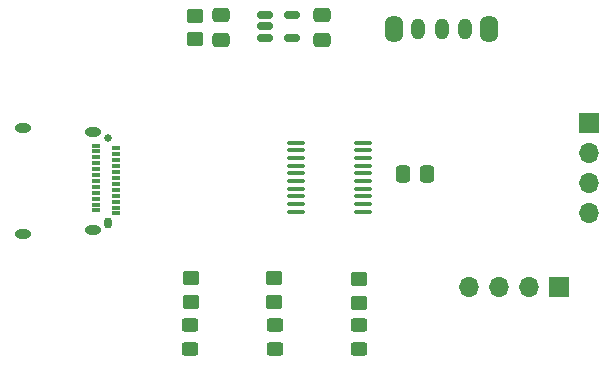
<source format=gbr>
%TF.GenerationSoftware,KiCad,Pcbnew,7.0.1*%
%TF.CreationDate,2023-09-30T16:00:22-04:00*%
%TF.ProjectId,usb_demonstrator,7573625f-6465-46d6-9f6e-73747261746f,rev?*%
%TF.SameCoordinates,Original*%
%TF.FileFunction,Soldermask,Top*%
%TF.FilePolarity,Negative*%
%FSLAX46Y46*%
G04 Gerber Fmt 4.6, Leading zero omitted, Abs format (unit mm)*
G04 Created by KiCad (PCBNEW 7.0.1) date 2023-09-30 16:00:22*
%MOMM*%
%LPD*%
G01*
G04 APERTURE LIST*
G04 Aperture macros list*
%AMRoundRect*
0 Rectangle with rounded corners*
0 $1 Rounding radius*
0 $2 $3 $4 $5 $6 $7 $8 $9 X,Y pos of 4 corners*
0 Add a 4 corners polygon primitive as box body*
4,1,4,$2,$3,$4,$5,$6,$7,$8,$9,$2,$3,0*
0 Add four circle primitives for the rounded corners*
1,1,$1+$1,$2,$3*
1,1,$1+$1,$4,$5*
1,1,$1+$1,$6,$7*
1,1,$1+$1,$8,$9*
0 Add four rect primitives between the rounded corners*
20,1,$1+$1,$2,$3,$4,$5,0*
20,1,$1+$1,$4,$5,$6,$7,0*
20,1,$1+$1,$6,$7,$8,$9,0*
20,1,$1+$1,$8,$9,$2,$3,0*%
G04 Aperture macros list end*
%ADD10C,0.650000*%
%ADD11O,0.650000X0.950000*%
%ADD12R,0.700000X0.300000*%
%ADD13O,1.400000X0.800000*%
%ADD14RoundRect,0.100000X-0.637500X-0.100000X0.637500X-0.100000X0.637500X0.100000X-0.637500X0.100000X0*%
%ADD15R,1.700000X1.700000*%
%ADD16O,1.700000X1.700000*%
%ADD17RoundRect,0.250000X-0.450000X0.350000X-0.450000X-0.350000X0.450000X-0.350000X0.450000X0.350000X0*%
%ADD18RoundRect,0.250000X0.450000X-0.325000X0.450000X0.325000X-0.450000X0.325000X-0.450000X-0.325000X0*%
%ADD19RoundRect,0.250000X-0.475000X0.337500X-0.475000X-0.337500X0.475000X-0.337500X0.475000X0.337500X0*%
%ADD20RoundRect,0.250000X0.450000X-0.350000X0.450000X0.350000X-0.450000X0.350000X-0.450000X-0.350000X0*%
%ADD21RoundRect,0.250000X-0.337500X-0.475000X0.337500X-0.475000X0.337500X0.475000X-0.337500X0.475000X0*%
%ADD22O,1.600000X2.300000*%
%ADD23O,1.200000X1.800000*%
%ADD24RoundRect,0.150000X-0.512500X-0.150000X0.512500X-0.150000X0.512500X0.150000X-0.512500X0.150000X0*%
G04 APERTURE END LIST*
D10*
%TO.C,J3*%
X136240000Y-86730000D03*
D11*
X136240000Y-93930000D03*
D12*
X136900000Y-87580000D03*
X136900000Y-88080000D03*
X136900000Y-88580000D03*
X136900000Y-89080000D03*
X136900000Y-89580000D03*
X136900000Y-90080000D03*
X136900000Y-90580000D03*
X136900000Y-91080000D03*
X136900000Y-91580000D03*
X136900000Y-92080000D03*
X136900000Y-92580000D03*
X136900000Y-93080000D03*
X135200000Y-92830000D03*
X135200000Y-92330000D03*
X135200000Y-91830000D03*
X135200000Y-91330000D03*
X135200000Y-90830000D03*
X135200000Y-90330000D03*
X135200000Y-89830000D03*
X135200000Y-89330000D03*
X135200000Y-88830000D03*
X135200000Y-88330000D03*
X135200000Y-87830000D03*
X135200000Y-87330000D03*
D13*
X129040000Y-85840000D03*
X134990000Y-86200000D03*
X134990000Y-94460000D03*
X129040000Y-94820000D03*
%TD*%
D14*
%TO.C,U2*%
X152137500Y-87075000D03*
X152137500Y-87725000D03*
X152137500Y-88375000D03*
X152137500Y-89025000D03*
X152137500Y-89675000D03*
X152137500Y-90325000D03*
X152137500Y-90975000D03*
X152137500Y-91625000D03*
X152137500Y-92275000D03*
X152137500Y-92925000D03*
X157862500Y-92925000D03*
X157862500Y-92275000D03*
X157862500Y-91625000D03*
X157862500Y-90975000D03*
X157862500Y-90325000D03*
X157862500Y-89675000D03*
X157862500Y-89025000D03*
X157862500Y-88375000D03*
X157862500Y-87725000D03*
X157862500Y-87075000D03*
%TD*%
D15*
%TO.C,J2*%
X174440000Y-99315000D03*
D16*
X171900000Y-99315000D03*
X169360000Y-99315000D03*
X166820000Y-99315000D03*
%TD*%
D17*
%TO.C,R4*%
X143250000Y-98550000D03*
X143250000Y-100550000D03*
%TD*%
D18*
%TO.C,D3*%
X143200000Y-104575000D03*
X143200000Y-102525000D03*
%TD*%
%TO.C,D1*%
X157475000Y-104600000D03*
X157475000Y-102550000D03*
%TD*%
D19*
%TO.C,C2*%
X154400000Y-76292500D03*
X154400000Y-78367500D03*
%TD*%
D17*
%TO.C,R3*%
X150325000Y-98575000D03*
X150325000Y-100575000D03*
%TD*%
D20*
%TO.C,R1*%
X143610000Y-78337500D03*
X143610000Y-76337500D03*
%TD*%
D21*
%TO.C,C3*%
X161200000Y-89700000D03*
X163275000Y-89700000D03*
%TD*%
D22*
%TO.C,SW2*%
X160500000Y-77500000D03*
X168500000Y-77500000D03*
D23*
X162500000Y-77500000D03*
X164500000Y-77500000D03*
X166500000Y-77500000D03*
%TD*%
D18*
%TO.C,D2*%
X150375000Y-104600000D03*
X150375000Y-102550000D03*
%TD*%
D17*
%TO.C,R2*%
X157500000Y-98625000D03*
X157500000Y-100625000D03*
%TD*%
D19*
%TO.C,C1*%
X145800000Y-76300000D03*
X145800000Y-78375000D03*
%TD*%
D24*
%TO.C,U1*%
X149565000Y-76290000D03*
X149565000Y-77240000D03*
X149565000Y-78190000D03*
X151840000Y-78190000D03*
X151840000Y-76290000D03*
%TD*%
D15*
%TO.C,J1*%
X177000000Y-85460000D03*
D16*
X177000000Y-88000000D03*
X177000000Y-90540000D03*
X177000000Y-93080000D03*
%TD*%
M02*

</source>
